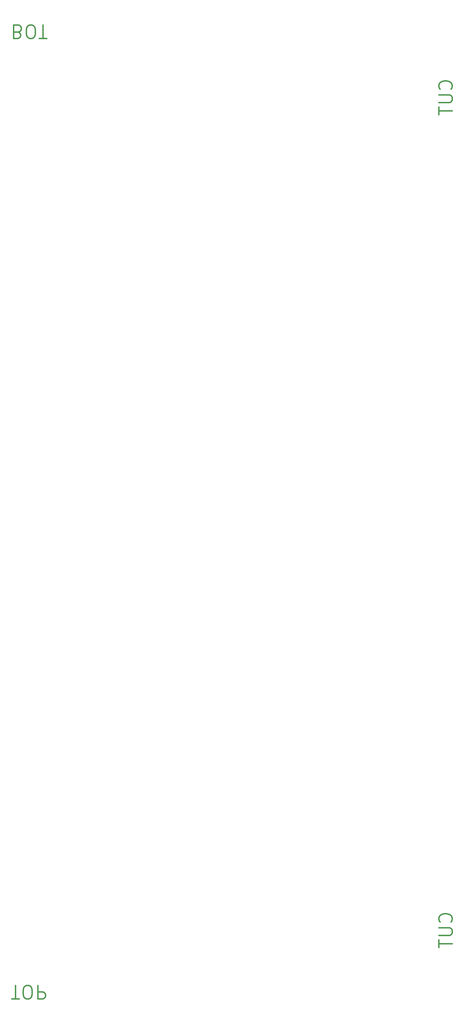
<source format=gbr>
%TF.GenerationSoftware,KiCad,Pcbnew,7.0.1-3b83917a11~172~ubuntu22.04.1*%
%TF.CreationDate,2023-12-10T14:44:59-05:00*%
%TF.ProjectId,coil_template_second,636f696c-5f74-4656-9d70-6c6174655f73,rev?*%
%TF.SameCoordinates,Original*%
%TF.FileFunction,Legend,Bot*%
%TF.FilePolarity,Positive*%
%FSLAX46Y46*%
G04 Gerber Fmt 4.6, Leading zero omitted, Abs format (unit mm)*
G04 Created by KiCad (PCBNEW 7.0.1-3b83917a11~172~ubuntu22.04.1) date 2023-12-10 14:44:59*
%MOMM*%
%LPD*%
G01*
G04 APERTURE LIST*
%ADD10C,2.000000*%
G04 APERTURE END LIST*
D10*
X76904761Y-1470747619D02*
X88333333Y-1470747619D01*
X82619047Y-1450747619D02*
X82619047Y-1470747619D01*
X98809523Y-1470747619D02*
X102619047Y-1470747619D01*
X102619047Y-1470747619D02*
X104523809Y-1469795238D01*
X104523809Y-1469795238D02*
X106428571Y-1467890476D01*
X106428571Y-1467890476D02*
X107380952Y-1464080952D01*
X107380952Y-1464080952D02*
X107380952Y-1457414285D01*
X107380952Y-1457414285D02*
X106428571Y-1453604761D01*
X106428571Y-1453604761D02*
X104523809Y-1451700000D01*
X104523809Y-1451700000D02*
X102619047Y-1450747619D01*
X102619047Y-1450747619D02*
X98809523Y-1450747619D01*
X98809523Y-1450747619D02*
X96904761Y-1451700000D01*
X96904761Y-1451700000D02*
X94999999Y-1453604761D01*
X94999999Y-1453604761D02*
X94047618Y-1457414285D01*
X94047618Y-1457414285D02*
X94047618Y-1464080952D01*
X94047618Y-1464080952D02*
X94999999Y-1467890476D01*
X94999999Y-1467890476D02*
X96904761Y-1469795238D01*
X96904761Y-1469795238D02*
X98809523Y-1470747619D01*
X115952380Y-1450747619D02*
X115952380Y-1470747619D01*
X115952380Y-1470747619D02*
X123571428Y-1470747619D01*
X123571428Y-1470747619D02*
X125476190Y-1469795238D01*
X125476190Y-1469795238D02*
X126428571Y-1468842857D01*
X126428571Y-1468842857D02*
X127380952Y-1466938095D01*
X127380952Y-1466938095D02*
X127380952Y-1464080952D01*
X127380952Y-1464080952D02*
X126428571Y-1462176190D01*
X126428571Y-1462176190D02*
X125476190Y-1461223809D01*
X125476190Y-1461223809D02*
X123571428Y-1460271428D01*
X123571428Y-1460271428D02*
X115952380Y-1460271428D01*
X732347619Y-1356190476D02*
X733300000Y-1355238095D01*
X733300000Y-1355238095D02*
X734252380Y-1352380952D01*
X734252380Y-1352380952D02*
X734252380Y-1350476190D01*
X734252380Y-1350476190D02*
X733300000Y-1347619047D01*
X733300000Y-1347619047D02*
X731395238Y-1345714285D01*
X731395238Y-1345714285D02*
X729490476Y-1344761904D01*
X729490476Y-1344761904D02*
X725680952Y-1343809523D01*
X725680952Y-1343809523D02*
X722823809Y-1343809523D01*
X722823809Y-1343809523D02*
X719014285Y-1344761904D01*
X719014285Y-1344761904D02*
X717109523Y-1345714285D01*
X717109523Y-1345714285D02*
X715204761Y-1347619047D01*
X715204761Y-1347619047D02*
X714252380Y-1350476190D01*
X714252380Y-1350476190D02*
X714252380Y-1352380952D01*
X714252380Y-1352380952D02*
X715204761Y-1355238095D01*
X715204761Y-1355238095D02*
X716157142Y-1356190476D01*
X714252380Y-1364761904D02*
X730442857Y-1364761904D01*
X730442857Y-1364761904D02*
X732347619Y-1365714285D01*
X732347619Y-1365714285D02*
X733300000Y-1366666666D01*
X733300000Y-1366666666D02*
X734252380Y-1368571428D01*
X734252380Y-1368571428D02*
X734252380Y-1372380952D01*
X734252380Y-1372380952D02*
X733300000Y-1374285714D01*
X733300000Y-1374285714D02*
X732347619Y-1375238095D01*
X732347619Y-1375238095D02*
X730442857Y-1376190476D01*
X730442857Y-1376190476D02*
X714252380Y-1376190476D01*
X714252380Y-1382857142D02*
X714252380Y-1394285714D01*
X734252380Y-1388571428D02*
X714252380Y-1388571428D01*
X732347619Y-116190476D02*
X733300000Y-115238095D01*
X733300000Y-115238095D02*
X734252380Y-112380952D01*
X734252380Y-112380952D02*
X734252380Y-110476190D01*
X734252380Y-110476190D02*
X733300000Y-107619047D01*
X733300000Y-107619047D02*
X731395238Y-105714285D01*
X731395238Y-105714285D02*
X729490476Y-104761904D01*
X729490476Y-104761904D02*
X725680952Y-103809523D01*
X725680952Y-103809523D02*
X722823809Y-103809523D01*
X722823809Y-103809523D02*
X719014285Y-104761904D01*
X719014285Y-104761904D02*
X717109523Y-105714285D01*
X717109523Y-105714285D02*
X715204761Y-107619047D01*
X715204761Y-107619047D02*
X714252380Y-110476190D01*
X714252380Y-110476190D02*
X714252380Y-112380952D01*
X714252380Y-112380952D02*
X715204761Y-115238095D01*
X715204761Y-115238095D02*
X716157142Y-116190476D01*
X714252380Y-124761904D02*
X730442857Y-124761904D01*
X730442857Y-124761904D02*
X732347619Y-125714285D01*
X732347619Y-125714285D02*
X733300000Y-126666666D01*
X733300000Y-126666666D02*
X734252380Y-128571428D01*
X734252380Y-128571428D02*
X734252380Y-132380952D01*
X734252380Y-132380952D02*
X733300000Y-134285714D01*
X733300000Y-134285714D02*
X732347619Y-135238095D01*
X732347619Y-135238095D02*
X730442857Y-136190476D01*
X730442857Y-136190476D02*
X714252380Y-136190476D01*
X714252380Y-142857142D02*
X714252380Y-154285714D01*
X734252380Y-148571428D02*
X714252380Y-148571428D01*
X86428571Y-31223809D02*
X89285714Y-30271428D01*
X89285714Y-30271428D02*
X90238095Y-29319047D01*
X90238095Y-29319047D02*
X91190476Y-27414285D01*
X91190476Y-27414285D02*
X91190476Y-24557142D01*
X91190476Y-24557142D02*
X90238095Y-22652380D01*
X90238095Y-22652380D02*
X89285714Y-21700000D01*
X89285714Y-21700000D02*
X87380952Y-20747619D01*
X87380952Y-20747619D02*
X79761904Y-20747619D01*
X79761904Y-20747619D02*
X79761904Y-40747619D01*
X79761904Y-40747619D02*
X86428571Y-40747619D01*
X86428571Y-40747619D02*
X88333333Y-39795238D01*
X88333333Y-39795238D02*
X89285714Y-38842857D01*
X89285714Y-38842857D02*
X90238095Y-36938095D01*
X90238095Y-36938095D02*
X90238095Y-35033333D01*
X90238095Y-35033333D02*
X89285714Y-33128571D01*
X89285714Y-33128571D02*
X88333333Y-32176190D01*
X88333333Y-32176190D02*
X86428571Y-31223809D01*
X86428571Y-31223809D02*
X79761904Y-31223809D01*
X103571428Y-40747619D02*
X107380952Y-40747619D01*
X107380952Y-40747619D02*
X109285714Y-39795238D01*
X109285714Y-39795238D02*
X111190476Y-37890476D01*
X111190476Y-37890476D02*
X112142857Y-34080952D01*
X112142857Y-34080952D02*
X112142857Y-27414285D01*
X112142857Y-27414285D02*
X111190476Y-23604761D01*
X111190476Y-23604761D02*
X109285714Y-21700000D01*
X109285714Y-21700000D02*
X107380952Y-20747619D01*
X107380952Y-20747619D02*
X103571428Y-20747619D01*
X103571428Y-20747619D02*
X101666666Y-21700000D01*
X101666666Y-21700000D02*
X99761904Y-23604761D01*
X99761904Y-23604761D02*
X98809523Y-27414285D01*
X98809523Y-27414285D02*
X98809523Y-34080952D01*
X98809523Y-34080952D02*
X99761904Y-37890476D01*
X99761904Y-37890476D02*
X101666666Y-39795238D01*
X101666666Y-39795238D02*
X103571428Y-40747619D01*
X117857142Y-40747619D02*
X129285714Y-40747619D01*
X123571428Y-20747619D02*
X123571428Y-40747619D01*
M02*

</source>
